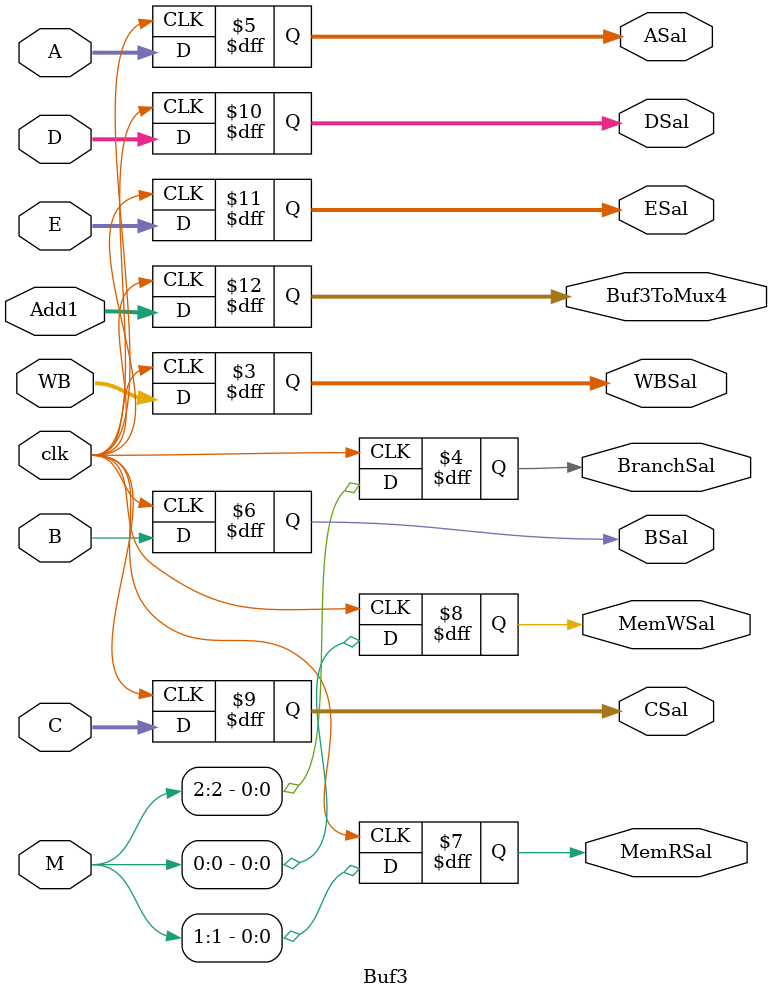
<source format=v>
`timescale 1ns/1ns

module Buf3(
	input clk,
	input [1:0]WB,
	input [2:0]M,
	input [31:0]A,
	input B,
	input [31:0]C,
	input [31:0]D,
	input [4:0]E,
	input [31:0]Add1,
	output reg [1:0]WBSal,
	output reg BranchSal,
	output reg [31:0]ASal,
	output reg BSal,
	output reg MemRSal,
	output reg MemWSal,
	output reg [31:0]CSal,
	output reg [31:0]DSal,
	output reg [4:0]ESal,
	output reg [31:0]Buf3ToMux4
);

initial 
begin	
	WBSal = 2'd0;
	BSal = 1'd0;
	MemRSal = 1'd0;
	MemWSal = 1'b0;
	ASal = 32'd0;
	BSal = 1'd0;
	CSal = 32'd0;
	DSal = 32'd0;
	ESal = 5'd0;
	Buf3ToMux4 = 32'd0;
end

always @(posedge clk)                                                                                               
begin 
	WBSal = WB;
	BranchSal = M[2];
	MemRSal = M[1];
	MemWSal = M[0];
	ASal = A;
	BSal = B;
	CSal = C;
	DSal = D;
	ESal = E;
	Buf3ToMux4 = Add1;
end

endmodule

</source>
